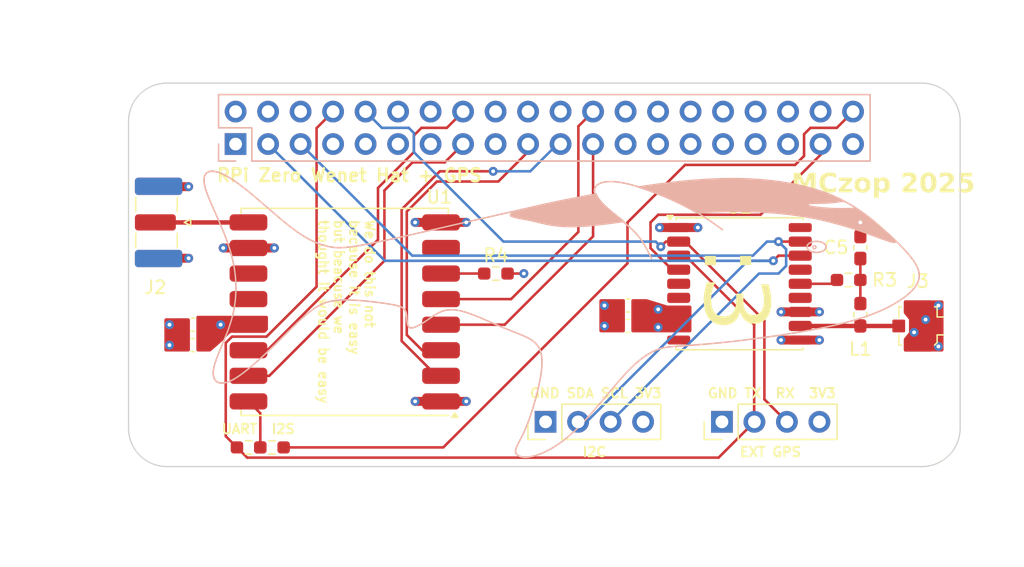
<source format=kicad_pcb>
(kicad_pcb (version 20241229) (generator "pcbnew") (generator_version "9.0")
  (title_block (date "15 nov 2012"))
  (layers (0 "F.Cu" signal) (4 "In1.Cu" signal) (6 "In2.Cu" signal) (2 "B.Cu" signal) (13 "F.Paste" user) (15 "B.Paste" user) (5 "F.SilkS" user "F.Silkscreen") (7 "B.SilkS" user "B.Silkscreen") (1 "F.Mask" user) (3 "B.Mask" user) (25 "Edge.Cuts" user))
  (net 0 "")
  (net 1 "GND")
  (net 2 "/GPIO2{slash}SDA1")
  (net 3 "/GPIO3{slash}SCL1")
  (net 4 "/GPIO4{slash}GPCLK0")
  (net 5 "/GPIO14{slash}TXD0")
  (net 6 "/GPIO15{slash}RXD0")
  (net 7 "/GPIO17")
  (net 8 "/GPIO18{slash}PCM.CLK")
  (net 9 "/GPIO27")
  (net 10 "/GPIO22")
  (net 11 "/GPIO23")
  (net 12 "/GPIO26")
  (net 13 "/GPIO24")
  (net 14 "/GPIO10{slash}SPI0.MOSI")
  (net 15 "/GPIO9{slash}SPI0.MISO")
  (net 16 "/GPIO25")
  (net 17 "/GPIO11{slash}SPI0.SCLK")
  (net 18 "/GPIO8{slash}SPI0.CE0")
  (net 19 "/GPIO7{slash}SPI0.CE1")
  (net 20 "/ID_SDA")
  (net 21 "/ID_SCL")
  (net 22 "/GPIO5")
  (net 23 "/GPIO6")
  (net 24 "/GPIO12{slash}PWM0")
  (net 25 "/GPIO13{slash}PWM1")
  (net 26 "/GPIO19{slash}PCM.FS")
  (net 27 "/GPIO16")
  (net 28 "/GPIO20{slash}PCM.DIN")
  (net 29 "/GPIO21{slash}PCM.DOUT")
  (net 30 "+5V")
  (net 31 "+3V3")
  (net 32 "Net-(J2-In)")
  (net 41 "Net-(C5-Pad1)")
  (net 42 "Net-(J3-In)")
  (net 43 "/DIR_TX")
  (net 44 "Net-(U2-VCC_RF)")
  (net 46 "Net-(U1-RESET)")
  (footprint "RF_Module:HOPERF_RFM9XW_SMD" (layer "F.Cu") (at 116.9 87.9 180)
    (property "Reference" "U1" (at -7.4 9 0) (layer "F.SilkS"))
    (property "Value" "RFM98W-433S2")
    (pad "1" smd roundrect (at -7.525 -7 180) (size 2.95 1.27) (layers "F.Cu" "F.Mask" "F.Paste") (net 1 "GND"))
    (pad "2" smd roundrect (at -7.525 -5 180) (size 2.95 1.27) (layers "F.Cu" "F.Mask" "F.Paste") (net 15 "/GPIO9{slash}SPI0.MISO"))
    (pad "3" smd roundrect (at -7.525 -3 180) (size 2.95 1.27) (layers "F.Cu" "F.Mask" "F.Paste") (net 14 "/GPIO10{slash}SPI0.MOSI"))
    (pad "4" smd roundrect (at -7.525 -1 180) (size 2.95 1.27) (layers "F.Cu" "F.Mask" "F.Paste") (net 17 "/GPIO11{slash}SPI0.SCLK"))
    (pad "5" smd roundrect (at -7.525 1 180) (size 2.95 1.27) (layers "F.Cu" "F.Mask" "F.Paste") (net 18 "/GPIO8{slash}SPI0.CE0"))
    (pad "6" smd roundrect (at -7.525 3 180) (size 2.95 1.27) (layers "F.Cu" "F.Mask" "F.Paste") (net 46 "Net-(U1-RESET)"))
    (pad "7" smd roundrect (at -7.525 5 180) (size 2.95 1.27) (layers "F.Cu" "F.Mask" "F.Paste"))
    (pad "8" smd roundrect (at -7.525 7 180) (size 2.95 1.27) (layers "F.Cu" "F.Mask" "F.Paste") (net 1 "GND"))
    (pad "9" smd roundrect (at 7.525 7 180) (size 2.95 1.27) (layers "F.Cu" "F.Mask" "F.Paste") (net 32 "Net-(J2-In)"))
    (pad "10" smd roundrect (at 7.525 5 180) (size 2.95 1.27) (layers "F.Cu" "F.Mask" "F.Paste") (net 1 "GND"))
    (pad "11" smd roundrect (at 7.525 3 180) (size 2.95 1.27) (layers "F.Cu" "F.Mask" "F.Paste"))
    (pad "12" smd roundrect (at 7.525 1 180) (size 2.95 1.27) (layers "F.Cu" "F.Mask" "F.Paste"))
    (pad "13" smd roundrect (at 7.525 -1 180) (size 2.95 1.27) (layers "F.Cu" "F.Mask" "F.Paste") (net 31 "+3V3"))
    (pad "14" smd roundrect (at 7.525 -3 180) (size 2.95 1.27) (layers "F.Cu" "F.Mask" "F.Paste") (net 11 "/GPIO23"))
    (pad "15" smd roundrect (at 7.525 -5 180) (size 2.95 1.27) (layers "F.Cu" "F.Mask" "F.Paste") (net 10 "/GPIO22"))
    (pad "16" smd roundrect (at 7.525 -7 180) (size 2.95 1.27) (layers "F.Cu" "F.Mask" "F.Paste") (net 43 "/DIR_TX"))
  )
  (footprint "Resistor_SMD:R_0603_1608Metric_Pad0.98x0.95mm_HandSolder" (layer "F.Cu") (at 111.2125 98.5)
    (property "Reference" "R2" (hide yes))
    (property "Value" "0")
    (pad "1" smd roundrect (at -0.9125 0) (size 0.975 0.95) (layers "F.Cu" "F.Mask" "F.Paste") (net 43 "/DIR_TX"))
    (pad "2" smd roundrect (at 0.9125 0) (size 0.975 0.95) (layers "F.Cu" "F.Mask" "F.Paste") (net 29 "/GPIO21{slash}PCM.DOUT"))
  )
  (footprint "MountingHole:MountingHole_2.7mm_M2.5" (layer "F.Cu") (at 161.5 73.5)
    (property "Reference" "MH2" (hide yes))
    (property "Value" "MountingHole_2.7mm_M2.5" (hide yes))
    (pad "" np_thru_hole circle (at 0 0) (size 2.7 2.7) (drill 2.7) (layers "*.Cu" "*.Mask"))
  )
  (footprint "Capacitor_SMD:C_0603_1608Metric_Pad1.08x0.95mm_HandSolder" (layer "F.Cu") (at 139.0375 89)
    (property "Reference" "C3" (hide yes))
    (property "Value" "22u")
    (pad "1" smd roundrect (at -0.8625 0) (size 1.075 0.95) (layers "F.Cu" "F.Mask" "F.Paste") (net 1 "GND"))
    (pad "2" smd roundrect (at 0.8625 0) (size 1.075 0.95) (layers "F.Cu" "F.Mask" "F.Paste") (net 31 "+3V3"))
  )
  (footprint "Resistor_SMD:R_0603_1608Metric_Pad0.98x0.95mm_HandSolder" (layer "F.Cu") (at 109.3875 98.5)
    (property "Reference" "R1" (hide yes))
    (property "Value" "0")
    (pad "1" smd roundrect (at -0.9125 0) (size 0.975 0.95) (layers "F.Cu" "F.Mask" "F.Paste") (net 5 "/GPIO14{slash}TXD0"))
    (pad "2" smd roundrect (at 0.9125 0) (size 0.975 0.95) (layers "F.Cu" "F.Mask" "F.Paste") (net 43 "/DIR_TX"))
  )
  (footprint "Resistor_SMD:R_0603_1608Metric_Pad0.98x0.95mm_HandSolder" (layer "F.Cu") (at 156.2875 85.4)
    (property "Reference" "R3" (at 2.8125 0 0) (layer "F.SilkS"))
    (property "Value" "10")
    (pad "1" smd roundrect (at -0.9125 0) (size 0.975 0.95) (layers "F.Cu" "F.Mask" "F.Paste") (net 44 "Net-(U2-VCC_RF)"))
    (pad "2" smd roundrect (at 0.9125 0) (size 0.975 0.95) (layers "F.Cu" "F.Mask" "F.Paste") (net 41 "Net-(C5-Pad1)"))
  )
  (footprint "RF_GPS:ublox_MAX" (layer "F.Cu") (at 147.75 85.7)
    (property "Reference" "U2" (at 0 -6 0) (layer "F.SilkS"))
    (property "Value" "MAX-M10S")
    (pad "1" smd roundrect (at -4.75 -4.4) (size 1.8 0.7) (layers "F.Cu" "F.Mask" "F.Paste") (net 1 "GND"))
    (pad "2" smd roundrect (at -4.75 -3.3) (size 1.8 0.8) (layers "F.Cu" "F.Mask" "F.Paste") (net 6 "/GPIO15{slash}RXD0"))
    (pad "3" smd roundrect (at -4.75 -2.2) (size 1.8 0.8) (layers "F.Cu" "F.Mask" "F.Paste") (net 5 "/GPIO14{slash}TXD0"))
    (pad "4" smd roundrect (at -4.75 -1.1) (size 1.8 0.8) (layers "F.Cu" "F.Mask" "F.Paste") (net 12 "/GPIO26"))
    (pad "5" smd roundrect (at -4.75 0) (size 1.8 0.8) (layers "F.Cu" "F.Mask" "F.Paste"))
    (pad "6" smd roundrect (at -4.75 1.1) (size 1.8 0.8) (layers "F.Cu" "F.Mask" "F.Paste"))
    (pad "7" smd roundrect (at -4.75 2.2) (size 1.8 0.8) (layers "F.Cu" "F.Mask" "F.Paste") (net 31 "+3V3"))
    (pad "8" smd roundrect (at -4.75 3.3) (size 1.8 0.8) (layers "F.Cu" "F.Mask" "F.Paste") (net 31 "+3V3"))
    (pad "9" smd roundrect (at -4.75 4.4) (size 1.8 0.7) (layers "F.Cu" "F.Mask" "F.Paste"))
    (pad "10" smd roundrect (at 4.75 4.4) (size 1.8 0.7) (layers "F.Cu" "F.Mask" "F.Paste") (net 1 "GND"))
    (pad "11" smd roundrect (at 4.75 3.3) (size 1.8 0.8) (layers "F.Cu" "F.Mask" "F.Paste") (net 42 "Net-(J3-In)"))
    (pad "12" smd roundrect (at 4.75 2.2) (size 1.8 0.8) (layers "F.Cu" "F.Mask" "F.Paste") (net 1 "GND"))
    (pad "13" smd roundrect (at 4.75 1.1) (size 1.8 0.8) (layers "F.Cu" "F.Mask" "F.Paste"))
    (pad "14" smd roundrect (at 4.75 0) (size 1.8 0.8) (layers "F.Cu" "F.Mask" "F.Paste") (net 44 "Net-(U2-VCC_RF)"))
    (pad "15" smd roundrect (at 4.75 -1.1) (size 1.8 0.8) (layers "F.Cu" "F.Mask" "F.Paste"))
    (pad "16" smd roundrect (at 4.75 -2.2) (size 1.8 0.8) (layers "F.Cu" "F.Mask" "F.Paste") (net 2 "/GPIO2{slash}SDA1"))
    (pad "17" smd roundrect (at 4.75 -3.3) (size 1.8 0.8) (layers "F.Cu" "F.Mask" "F.Paste") (net 3 "/GPIO3{slash}SCL1"))
    (pad "18" smd roundrect (at 4.75 -4.4) (size 1.8 0.7) (layers "F.Cu" "F.Mask" "F.Paste"))
  )
  (footprint "Capacitor_SMD:C_0603_1608Metric_Pad1.08x0.95mm_HandSolder" (layer "F.Cu") (at 157.2 82.8625 90)
    (property "Reference" "C5" (at 0 -1.9 180) (layer "F.SilkS"))
    (property "Value" "100n")
    (pad "1" smd roundrect (at -0.8625 0 90) (size 1.075 0.95) (layers "F.Cu" "F.Mask" "F.Paste") (net 41 "Net-(C5-Pad1)"))
    (pad "2" smd roundrect (at 0.8625 0 90) (size 1.075 0.95) (layers "F.Cu" "F.Mask" "F.Paste") (net 1 "GND"))
  )
  (footprint "Capacitor_SMD:C_0603_1608Metric_Pad1.08x0.95mm_HandSolder" (layer "F.Cu") (at 139.0375 87.4)
    (property "Reference" "C4" (hide yes))
    (property "Value" "100n")
    (pad "1" smd roundrect (at -0.8625 0) (size 1.075 0.95) (layers "F.Cu" "F.Mask" "F.Paste") (net 1 "GND"))
    (pad "2" smd roundrect (at 0.8625 0) (size 1.075 0.95) (layers "F.Cu" "F.Mask" "F.Paste") (net 31 "+3V3"))
  )
  (footprint "Connector_PinHeader_2.54mm:PinHeader_1x04_P2.54mm_Vertical" (layer "F.Cu") (at 132.6 96.5 90)
    (property "Reference" "J5" (hide yes))
    (property "Value" "I2C")
    (pad "1" thru_hole rect (at 0 0 90) (size 1.7 1.7) (drill 1) (layers "*.Cu" "*.Mask") (net 1 "GND"))
    (pad "2" thru_hole circle (at 0 2.54 90) (size 1.7 1.7) (drill 1) (layers "*.Cu" "*.Mask") (net 2 "/GPIO2{slash}SDA1"))
    (pad "3" thru_hole circle (at 0 5.08 90) (size 1.7 1.7) (drill 1) (layers "*.Cu" "*.Mask") (net 3 "/GPIO3{slash}SCL1"))
    (pad "4" thru_hole circle (at 0 7.62 90) (size 1.7 1.7) (drill 1) (layers "*.Cu" "*.Mask") (net 31 "+3V3"))
  )
  (footprint "Capacitor_SMD:C_0603_1608Metric_Pad1.08x0.95mm_HandSolder" (layer "F.Cu") (at 105.0375 90.5)
    (property "Reference" "C2" (hide yes))
    (property "Value" "22u")
    (pad "1" smd roundrect (at -0.8625 0) (size 1.075 0.95) (layers "F.Cu" "F.Mask" "F.Paste") (net 1 "GND"))
    (pad "2" smd roundrect (at 0.8625 0) (size 1.075 0.95) (layers "F.Cu" "F.Mask" "F.Paste") (net 31 "+3V3"))
  )
  (footprint "MountingHole:MountingHole_2.7mm_M2.5" (layer "F.Cu") (at 103.5 96.5)
    (property "Reference" "MH3" (hide yes))
    (property "Value" "MountingHole_2.7mm_M2.5" (hide yes))
    (pad "" np_thru_hole circle (at 0 0) (size 2.7 2.7) (drill 2.7) (layers "*.Cu" "*.Mask"))
  )
  (footprint "MountingHole:MountingHole_2.7mm_M2.5" (layer "F.Cu") (at 103.5 73.5)
    (property "Reference" "MH1" (hide yes))
    (property "Value" "MountingHole_2.7mm_M2.5" (hide yes))
    (pad "" np_thru_hole circle (at 0 0) (size 2.7 2.7) (drill 2.7) (layers "*.Cu" "*.Mask"))
  )
  (footprint "Connector_Coaxial:U.FL_Molex_MCRF_73412-0110_Vertical" (layer "F.Cu") (at 161.7 89 -90)
    (property "Reference" "J3" (at -3.5 0 180) (layer "F.SilkS"))
    (property "Value" "UFL_GPS")
    (pad "1" smd roundrect (at 0 1.5 90) (size 1 1) (layers "F.Cu" "F.Mask" "F.Paste") (roundrect_rratio 0.1) (net 42 "Net-(J3-In)"))
    (pad "2" smd roundrect (at -1.475 0 90) (size 1.05 2.2) (layers "F.Cu" "F.Mask" "F.Paste") (roundrect_rratio 0.1) (net 1 "GND"))
    (pad "2" smd roundrect (at 0 -1.5 90) (size 1 1) (layers "F.Cu" "F.Mask" "F.Paste") (roundrect_rratio 0.1) (net 1 "GND"))
    (pad "2" smd roundrect (at 1.475 0 90) (size 1.05 2.2) (layers "F.Cu" "F.Mask" "F.Paste") (roundrect_rratio 0.1) (net 1 "GND"))
  )
  (footprint "Capacitor_SMD:C_0603_1608Metric_Pad1.08x0.95mm_HandSolder" (layer "F.Cu") (at 105.0375 88.9)
    (property "Reference" "C1" (hide yes))
    (property "Value" "100n")
    (pad "1" smd roundrect (at -0.8625 0) (size 1.075 0.95) (layers "F.Cu" "F.Mask" "F.Paste") (net 1 "GND"))
    (pad "2" smd roundrect (at 0.8625 0) (size 1.075 0.95) (layers "F.Cu" "F.Mask" "F.Paste") (net 31 "+3V3"))
  )
  (footprint "Inductor_SMD:L_0603_1608Metric_Pad1.05x0.95mm_HandSolder" (layer "F.Cu") (at 157.2 88.125 -90)
    (property "Reference" "L1" (at 2.675 0 180) (layer "F.SilkS"))
    (property "Value" "27n")
    (pad "1" smd roundrect (at -0.875 0 270) (size 1.05 0.95) (layers "F.Cu" "F.Mask" "F.Paste") (net 41 "Net-(C5-Pad1)"))
    (pad "2" smd roundrect (at 0.875 0 270) (size 1.05 0.95) (layers "F.Cu" "F.Mask" "F.Paste") (net 42 "Net-(J3-In)"))
  )
  (footprint "MountingHole:MountingHole_2.7mm_M2.5" (layer "F.Cu") (at 161.5 96.5)
    (property "Reference" "MH4" (hide yes))
    (property "Value" "MountingHole_2.7mm_M2.5" (hide yes))
    (pad "" np_thru_hole circle (at 0 0) (size 2.7 2.7) (drill 2.7) (layers "*.Cu" "*.Mask"))
  )
  (footprint "Connector_Coaxial:SMA_Samtec_SMA-J-P-H-ST-EM1_EdgeMount" (layer "F.Cu") (at 102.1 80.9 180)
    (property "Reference" "J2" (at 0 -5.08 0) (layer "F.SilkS"))
    (property "Value" "UHF_SMA")
    (pad "1" smd roundrect (at 0 0 270) (size 1.27 3.2) (layers "F.Cu" "F.Mask") (roundrect_rratio 0.1968503937) (net 32 "Net-(J2-In)"))
    (pad "2" smd roundrect (at -0.25 -2.825 270) (size 1.35 3.7) (layers "F.Cu" "F.Mask") (roundrect_rratio 0.1851851852) (net 1 "GND"))
    (pad "2" smd roundrect (at -0.25 -2.825 270) (size 1.35 3.7) (layers "B.Cu" "B.Mask") (roundrect_rratio 0.1851851852) (net 1 "GND"))
    (pad "2" smd roundrect (at -0.25 2.825 270) (size 1.35 3.7) (layers "F.Cu" "F.Mask") (roundrect_rratio 0.1851851852) (net 1 "GND"))
    (pad "2" smd roundrect (at -0.25 2.825 270) (size 1.35 3.7) (layers "B.Cu" "B.Mask") (roundrect_rratio 0.1851851852) (net 1 "GND"))
  )
  (footprint "Connector_PinHeader_2.54mm:PinHeader_1x04_P2.54mm_Vertical" (layer "F.Cu") (at 146.38 96.5 90)
    (property "Reference" "J4" (hide yes))
    (property "Value" "EXT_GPS")
    (pad "1" thru_hole rect (at 0 0 90) (size 1.7 1.7) (drill 1) (layers "*.Cu" "*.Mask") (net 1 "GND"))
    (pad "2" thru_hole circle (at 0 2.54 90) (size 1.7 1.7) (drill 1) (layers "*.Cu" "*.Mask") (net 5 "/GPIO14{slash}TXD0"))
    (pad "3" thru_hole circle (at 0 5.08 90) (size 1.7 1.7) (drill 1) (layers "*.Cu" "*.Mask") (net 6 "/GPIO15{slash}RXD0"))
    (pad "4" thru_hole circle (at 0 7.62 90) (size 1.7 1.7) (drill 1) (layers "*.Cu" "*.Mask") (net 31 "+3V3"))
  )
  (footprint "Resistor_SMD:R_0603_1608Metric_Pad0.98x0.95mm_HandSolder" (layer "F.Cu") (at 128.7125 84.9)
    (property "Reference" "R4" (at 0 -1.43 0) (layer "F.SilkS"))
    (property "Value" "5.1k")
    (pad "1" smd roundrect (at -0.9125 0) (size 0.975 0.95) (layers "F.Cu" "F.Mask" "F.Paste") (net 46 "Net-(U1-RESET)"))
    (pad "2" smd roundrect (at 0.9125 0) (size 0.975 0.95) (layers "F.Cu" "F.Mask" "F.Paste") (net 31 "+3V3"))
  )
  (footprint "Connector_PinSocket_2.54mm:PinSocket_2x20_P2.54mm_Vertical" (layer "B.Cu") (at 108.37 74.77 -90)
    (property "Reference" "J1" (hide yes))
    (property "Value" "GPIO")
    (pad "1" thru_hole rect (at 0 0 270) (size 1.7 1.7) (drill 1) (layers "*.Cu" "*.Mask") (net 31 "+3V3"))
    (pad "2" thru_hole oval (at -2.54 0 270) (size 1.7 1.7) (drill 1) (layers "*.Cu" "*.Mask") (net 30 "+5V"))
    (pad "3" thru_hole oval (at 0 -2.54 270) (size 1.7 1.7) (drill 1) (layers "*.Cu" "*.Mask") (net 2 "/GPIO2{slash}SDA1"))
    (pad "4" thru_hole oval (at -2.54 -2.54 270) (size 1.7 1.7) (drill 1) (layers "*.Cu" "*.Mask") (net 30 "+5V"))
    (pad "5" thru_hole oval (at 0 -5.08 270) (size 1.7 1.7) (drill 1) (layers "*.Cu" "*.Mask") (net 3 "/GPIO3{slash}SCL1"))
    (pad "6" thru_hole oval (at -2.54 -5.08 270) (size 1.7 1.7) (drill 1) (layers "*.Cu" "*.Mask") (net 1 "GND"))
    (pad "7" thru_hole oval (at 0 -7.62 270) (size 1.7 1.7) (drill 1) (layers "*.Cu" "*.Mask") (net 4 "/GPIO4{slash}GPCLK0"))
    (pad "8" thru_hole oval (at -2.54 -7.62 270) (size 1.7 1.7) (drill 1) (layers "*.Cu" "*.Mask") (net 5 "/GPIO14{slash}TXD0"))
    (pad "9" thru_hole oval (at 0 -10.16 270) (size 1.7 1.7) (drill 1) (layers "*.Cu" "*.Mask") (net 1 "GND"))
    (pad "10" thru_hole oval (at -2.54 -10.16 270) (size 1.7 1.7) (drill 1) (layers "*.Cu" "*.Mask") (net 6 "/GPIO15{slash}RXD0"))
    (pad "11" thru_hole oval (at 0 -12.7 270) (size 1.7 1.7) (drill 1) (layers "*.Cu" "*.Mask") (net 7 "/GPIO17"))
    (pad "12" thru_hole oval (at -2.54 -12.7 270) (size 1.7 1.7) (drill 1) (layers "*.Cu" "*.Mask") (net 8 "/GPIO18{slash}PCM.CLK"))
    (pad "13" thru_hole oval (at 0 -15.24 270) (size 1.7 1.7) (drill 1) (layers "*.Cu" "*.Mask") (net 9 "/GPIO27"))
    (pad "14" thru_hole oval (at -2.54 -15.24 270) (size 1.7 1.7) (drill 1) (layers "*.Cu" "*.Mask") (net 1 "GND"))
    (pad "15" thru_hole oval (at 0 -17.78 270) (size 1.7 1.7) (drill 1) (layers "*.Cu" "*.Mask") (net 10 "/GPIO22"))
    (pad "16" thru_hole oval (at -2.54 -17.78 270) (size 1.7 1.7) (drill 1) (layers "*.Cu" "*.Mask") (net 11 "/GPIO23"))
    (pad "17" thru_hole oval (at 0 -20.32 270) (size 1.7 1.7) (drill 1) (layers "*.Cu" "*.Mask") (net 31 "+3V3"))
    (pad "18" thru_hole oval (at -2.54 -20.32 270) (size 1.7 1.7) (drill 1) (layers "*.Cu" "*.Mask") (net 13 "/GPIO24"))
    (pad "19" thru_hole oval (at 0 -22.86 270) (size 1.7 1.7) (drill 1) (layers "*.Cu" "*.Mask") (net 14 "/GPIO10{slash}SPI0.MOSI"))
    (pad "20" thru_hole oval (at -2.54 -22.86 270) (size 1.7 1.7) (drill 1) (layers "*.Cu" "*.Mask") (net 1 "GND"))
    (pad "21" thru_hole oval (at 0 -25.4 270) (size 1.7 1.7) (drill 1) (layers "*.Cu" "*.Mask") (net 15 "/GPIO9{slash}SPI0.MISO"))
    (pad "22" thru_hole oval (at -2.54 -25.4 270) (size 1.7 1.7) (drill 1) (layers "*.Cu" "*.Mask") (net 16 "/GPIO25"))
    (pad "23" thru_hole oval (at 0 -27.94 270) (size 1.7 1.7) (drill 1) (layers "*.Cu" "*.Mask") (net 17 "/GPIO11{slash}SPI0.SCLK"))
    (pad "24" thru_hole oval (at -2.54 -27.94 270) (size 1.7 1.7) (drill 1) (layers "*.Cu" "*.Mask") (net 18 "/GPIO8{slash}SPI0.CE0"))
    (pad "25" thru_hole oval (at 0 -30.48 270) (size 1.7 1.7) (drill 1) (layers "*.Cu" "*.Mask") (net 1 "GND"))
    (pad "26" thru_hole oval (at -2.54 -30.48 270) (size 1.7 1.7) (drill 1) (layers "*.Cu" "*.Mask") (net 19 "/GPIO7{slash}SPI0.CE1"))
    (pad "27" thru_hole oval (at 0 -33.02 270) (size 1.7 1.7) (drill 1) (layers "*.Cu" "*.Mask") (net 20 "/ID_SDA"))
    (pad "28" thru_hole oval (at -2.54 -33.02 270) (size 1.7 1.7) (drill 1) (layers "*.Cu" "*.Mask") (net 21 "/ID_SCL"))
    (pad "29" thru_hole oval (at 0 -35.56 270) (size 1.7 1.7) (drill 1) (layers "*.Cu" "*.Mask") (net 22 "/GPIO5"))
    (pad "30" thru_hole oval (at -2.54 -35.56 270) (size 1.7 1.7) (drill 1) (layers "*.Cu" "*.Mask") (net 1 "GND"))
    (pad "31" thru_hole oval (at 0 -38.1 270) (size 1.7 1.7) (drill 1) (layers "*.Cu" "*.Mask") (net 23 "/GPIO6"))
    (pad "32" thru_hole oval (at -2.54 -38.1 270) (size 1.7 1.7) (drill 1) (layers "*.Cu" "*.Mask") (net 24 "/GPIO12{slash}PWM0"))
    (pad "33" thru_hole oval (at 0 -40.64 270) (size 1.7 1.7) (drill 1) (layers "*.Cu" "*.Mask") (net 25 "/GPIO13{slash}PWM1"))
    (pad "34" thru_hole oval (at -2.54 -40.64 270) (size 1.7 1.7) (drill 1) (layers "*.Cu" "*.Mask") (net 1 "GND"))
    (pad "35" thru_hole oval (at 0 -43.18 270) (size 1.7 1.7) (drill 1) (layers "*.Cu" "*.Mask") (net 26 "/GPIO19{slash}PCM.FS"))
    (pad "36" thru_hole oval (at -2.54 -43.18 270) (size 1.7 1.7) (drill 1) (layers "*.Cu" "*.Mask") (net 27 "/GPIO16"))
    (pad "37" thru_hole oval (at 0 -45.72 270) (size 1.7 1.7) (drill 1) (layers "*.Cu" "*.Mask") (net 12 "/GPIO26"))
    (pad "38" thru_hole oval (at -2.54 -45.72 270) (size 1.7 1.7) (drill 1) (layers "*.Cu" "*.Mask") (net 28 "/GPIO20{slash}PCM.DIN"))
    (pad "39" thru_hole oval (at 0 -48.26 270) (size 1.7 1.7) (drill 1) (layers "*.Cu" "*.Mask") (net 1 "GND"))
    (pad "40" thru_hole oval (at -2.54 -48.26 270) (size 1.7 1.7) (drill 1) (layers "*.Cu" "*.Mask") (net 29 "/GPIO21{slash}PCM.DOUT"))
  )
  (footprint "Symbol:Smolhaj_Scale_0.1" (layer "B.Cu") (at 161.8 85)
    (property "Reference" "REF**" (hide yes))
    (property "Value" "Smolhaj_Scale_0.1")
  )
  (gr_arc (start 162 70) (mid 164.12132 70.87868) (end 165 73) (stroke (width 0.1)) (layer "Edge.Cuts"))
  (gr_line (start 165 97) (end 165 73) (stroke (width 0.1)) (layer "Edge.Cuts"))
  (gr_line (start 100 73) (end 100 97) (stroke (width 0.1)) (layer "Edge.Cuts"))
  (gr_arc (start 103 100) (mid 100.87868 99.12132) (end 100 97) (stroke (width 0.1)) (layer "Edge.Cuts"))
  (gr_line (start 103 100) (end 162 100) (stroke (width 0.1)) (layer "Edge.Cuts"))
  (gr_arc (start 165 97) (mid 164.12132 99.12132) (end 162 100) (stroke (width 0.1)) (layer "Edge.Cuts"))
  (gr_arc (start 100 73) (mid 100.87868 70.87868) (end 103 70) (stroke (width 0.1)) (layer "Edge.Cuts"))
  (gr_line (start 162 70) (end 103 70) (stroke (width 0.1)) (layer "Edge.Cuts"))
  (gr_text "GND SDA SCL 3V3" (at 131.3 94.7 0) (layer "F.SilkS") (effects (font (size 0.75 0.75) (thickness 0.15) (bold yes)) (justify left bottom)))
  (gr_text "UART  I2S" (at 107.2 97.5 0) (layer "F.SilkS") (effects (font (size 0.75 0.75) (thickness 0.15) (bold yes)) (justify left bottom)))
  (gr_text "We do this not\nbecause it is easy\nbut beacuse we\nthought it would be easy" (at 114.8 80.6 270) (layer "F.SilkS") (effects (font (size 0.75 0.75)) (justify left bottom)))
  (gr_text ":3" (at 144.2 82.7 270) (layer "F.SilkS") (effects (font (size 5 5)) (justify left bottom)))
  (gr_text "GND TX  RX  3V3" (at 145.2 94.7 0) (layer "F.SilkS") (effects (font (size 0.75 0.75) (thickness 0.15) (bold yes)) (justify left bottom)))
  (gr_text "EXT GPS" (at 147.7 99.3 0) (layer "F.SilkS") (effects (font (size 0.75 0.75) (thickness 0.15) (bold yes)) (justify left bottom)))
  (gr_text "RPi Zero Wenet Hat + GPS" (at 106.8 77.8 0) (layer "F.SilkS") (effects (font (size 1 1) (thickness 0.2) (bold yes)) (justify left bottom)))
  (gr_text "I2C\n" (at 135.4 99.3 0) (layer "F.SilkS") (effects (font (size 0.75 0.75) (thickness 0.15) (bold yes)) (justify left bottom)))
  (gr_text "MCzop 2025" (at 151.8 78.8 0) (layer "F.SilkS") (effects (font (size 1.5 1.5) (thickness 0.3) (bold yes)) (justify left bottom)))
  (segment (start 126.4 94.9) (end 122.4 94.9) (width 0.7) (layer "F.Cu") (net 1))
  (segment (start 102.375 83.7) (end 102.35 83.725) (width 0.7) (layer "F.Cu") (net 1))
  (segment (start 126.4 80.9) (end 122.4 80.9) (width 0.7) (layer "F.Cu") (net 1))
  (segment (start 104.7 78.1) (end 102.375 78.1) (width 0.7) (layer "F.Cu") (net 1))
  (segment (start 104.7 83.7) (end 102.375 83.7) (width 0.7) (layer "F.Cu") (net 1))
  (segment (start 111.4 82.9) (end 107.4 82.9) (width 0.7) (layer "F.Cu") (net 1))
  (segment (start 102.375 78.1) (end 102.35 78.075) (width 0.7) (layer "F.Cu") (net 1))
  (segment (start 151 90.1) (end 154 90.1) (width 0.7) (layer "F.Cu") (net 1))
  (segment (start 157.2 80.9) (end 157.2 82) (width 0.7) (layer "F.Cu") (net 1))
  (segment (start 151 87.9) (end 154 87.9) (width 0.7) (layer "F.Cu") (net 1))
  (segment (start 141.5 81.3) (end 144.5 81.3) (width 0.7) (layer "F.Cu") (net 1))
  (via (at 122.4 94.9) (size 0.7) (drill 0.3) (layers "F.Cu" "B.Cu") (net 1))
  (via (at 154 90.1) (size 0.7) (drill 0.3) (layers "F.Cu" "B.Cu") (net 1))
  (via (at 162.3 88.5) (size 0.7) (drill 0.3) (layers "F.Cu" "B.Cu") (net 1))
  (via (at 126.4 94.9) (size 0.7) (drill 0.3) (layers "F.Cu" "B.Cu") (net 1))
  (via (at 151 90.1) (size 0.7) (drill 0.3) (layers "F.Cu" "B.Cu") (net 1))
  (via (at 126.4 80.9) (size 0.7) (drill 0.3) (layers "F.Cu" "B.Cu") (net 1))
  (via (at 104.7 83.7) (size 0.7) (drill 0.3) (layers "F.Cu" "B.Cu") (net 1))
  (via (at 103.2 88.9) (size 0.7) (drill 0.3) (layers "F.Cu" "B.Cu") (net 1))
  (via (at 104.7 78.1) (size 0.7) (drill 0.3) (layers "F.Cu" "B.Cu") (net 1))
  (via (at 137.2 89) (size 0.7) (drill 0.3) (layers "F.Cu" "B.Cu") (net 1))
  (via (at 141.5 81.3) (size 0.7) (drill 0.3) (layers "F.Cu" "B.Cu") (net 1))
  (via (at 122.4 80.9) (size 0.7) (drill 0.3) (layers "F.Cu" "B.Cu") (net 1))
  (via (at 111.4 82.9) (size 0.7) (drill 0.3) (layers "F.Cu" "B.Cu") (net 1))
  (via (at 144.5 81.3) (size 0.7) (drill 0.3) (layers "F.Cu" "B.Cu") (net 1))
  (via (at 107.4 82.9) (size 0.7) (drill 0.3) (layers "F.Cu" "B.Cu") (net 1))
  (via (at 163.3 90.6) (size 0.7) (drill 0.3) (layers "F.Cu" "B.Cu") (net 1))
  (via (at 154 87.9) (size 0.7) (drill 0.3) (layers "F.Cu" "B.Cu") (net 1))
  (via (at 137.2 87.4) (size 0.7) (drill 0.3) (layers "F.Cu" "B.Cu") (net 1))
  (via (at 157.2 80.9) (size 0.7) (drill 0.3) (layers "F.Cu" "B.Cu") (net 1))
  (via (at 163.3 87.4) (size 0.7) (drill 0.3) (layers "F.Cu" "B.Cu") (net 1))
  (via (at 103.2 90.5) (size 0.7) (drill 0.3) (layers "F.Cu" "B.Cu") (net 1))
  (via (at 151 87.9) (size 0.7) (drill 0.3) (layers "F.Cu" "B.Cu") (net 1))
  (via (at 161.4 89.5) (size 0.7) (drill 0.3) (layers "F.Cu" "B.Cu") (net 1))
  (segment (start 152.499997 83.500003) (end 152.5 83.5) (width 0.2) (layer "F.Cu") (net 2))
  (segment (start 150.8 83.500003) (end 152.499997 83.500003) (width 0.2) (layer "F.Cu") (net 2))
  (segment (start 150.399003 83.901) (end 150.8 83.500003) (width 0.2) (layer "F.Cu") (net 2))
  (via (at 150.399003 83.901) (size 0.7) (drill 0.3) (layers "F.Cu" "B.Cu") (net 2))
  (segment (start 148.399 83.901) (end 150.399003 83.901) (width 0.2) (layer "B.Cu") (net 2))
  (segment (start 150.399003 83.901) (end 120.041 83.901) (width 0.2) (layer "B.Cu") (net 2))
  (segment (start 135.8 96.5) (end 148.399 83.901) (width 0.2) (layer "B.Cu") (net 2))
  (segment (start 135.14 96.5) (end 135.8 96.5) (width 0.2) (layer "B.Cu") (net 2))
  (segment (start 120.041 83.901) (end 110.91 74.77) (width 0.2) (layer "B.Cu") (net 2))
  (segment (start 150.8 82.4) (end 152.5 82.4) (width 0.2) (layer "F.Cu") (net 3))
  (via (at 150.8 82.4) (size 0.7) (drill 0.3) (layers "F.Cu" "B.Cu") (net 3))
  (segment (start 148.8 83.5) (end 149.9 82.4) (width 0.2) (layer "B.Cu") (net 3))
  (segment (start 122.18 83.5) (end 148.8 83.5) (width 0.2) (layer "B.Cu") (net 3))
  (segment (start 149.28 84.9) (end 150.8 84.9) (width 0.2) (layer "B.Cu") (net 3))
  (segment (start 113.45 74.77) (end 122.18 83.5) (width 0.2) (layer "B.Cu") (net 3))
  (segment (start 150.8 84.9) (end 151.4 84.3) (width 0.2) (layer "B.Cu") (net 3))
  (segment (start 137.68 96.5) (end 149.28 84.9) (width 0.2) (layer "B.Cu") (net 3))
  (segment (start 149.9 82.4) (end 150.8 82.4) (width 0.2) (layer "B.Cu") (net 3))
  (segment (start 151.4 84.3) (end 151.4 83) (width 0.2) (layer "B.Cu") (net 3))
  (segment (start 151.4 83) (end 150.8 82.4) (width 0.2) (layer "B.Cu") (net 3))
  (segment (start 148.9 96.48) (end 148.92 96.5) (width 0.2) (layer "F.Cu") (net 5))
  (segment (start 146.12 99.3) (end 148.92 96.5) (width 0.2) (layer "F.Cu") (net 5))
  (segment (start 108.089308 89.836) (end 110.788692 89.836) (width 0.2) (layer "F.Cu") (net 5))
  (segment (start 110.788692 89.836) (end 114.7 85.924692) (width 0.2) (layer "F.Cu") (net 5))
  (segment (start 109.275 99.3) (end 146.12 99.3) (width 0.2) (layer "F.Cu") (net 5))
  (segment (start 108.475 98.5) (end 107.599 97.624) (width 0.2) (layer "F.Cu") (net 5))
  (segment (start 148.9 88.885936) (end 148.9 96.48) (width 0.2) (layer "F.Cu") (net 5))
  (segment (start 114.7 73.52) (end 115.99 72.23) (width 0.2) (layer "F.Cu") (net 5))
  (segment (start 107.599 90.326308) (end 108.089308 89.836) (width 0.2) (layer "F.Cu") (net 5))
  (segment (start 114.7 85.924692) (end 114.7 73.52) (width 0.2) (layer "F.Cu") (net 5))
  (segment (start 107.599 97.624) (end 107.599 90.326308) (width 0.2) (layer "F.Cu") (net 5))
  (segment (start 108.475 98.5) (end 109.275 99.3) (width 0.2) (layer "F.Cu") (net 5))
  (segment (start 143 83.5) (end 143.514064 83.5) (width 0.2) (layer "F.Cu") (net 5))
  (segment (start 143.514064 83.5) (end 148.9 88.885936) (width 0.2) (layer "F.Cu") (net 5))
  (segment (start 143 82.4) (end 142 82.4) (width 0.2) (layer "F.Cu") (net 6))
  (segment (start 142 82.4) (end 141.602588 82.797412) (width 0.2) (layer "F.Cu") (net 6))
  (segment (start 143.514064 82.4) (end 149.7 88.585936) (width 0.2) (layer "F.Cu") (net 6))
  (segment (start 149.7 94.74) (end 151.46 96.5) (width 0.2) (layer "F.Cu") (net 6))
  (segment (start 149.7 88.585936) (end 149.7 94.74) (width 0.2) (layer "F.Cu") (net 6))
  (segment (start 143 82.4) (end 143.514064 82.4) (width 0.2) (layer "F.Cu") (net 6))
  (via (at 141.602588 82.797412) (size 0.7) (drill 0.3) (layers "F.Cu" "B.Cu") (net 6))
  (segment (start 119.8 73.5) (end 118.53 72.23) (width 0.2) (layer "B.Cu") (net 6))
  (segment (start 141.602588 82.797412) (end 141.205176 82.4) (width 0.2) (layer "B.Cu") (net 6))
  (segment (start 129.3 82.4) (end 122.3 75.4) (width 0.2) (layer "B.Cu") (net 6))
  (segment (start 122.3 73.9) (end 121.9 73.5) (width 0.2) (layer "B.Cu") (net 6))
  (segment (start 121.9 73.5) (end 119.8 73.5) (width 0.2) (layer "B.Cu") (net 6))
  (segment (start 141.205176 82.4) (end 129.3 82.4) (width 0.2) (layer "B.Cu") (net 6))
  (segment (start 122.3 75.4) (end 122.3 73.9) (width 0.2) (layer "B.Cu") (net 6))
  (segment (start 124.72 76.2) (end 126.15 74.77) (width 0.2) (layer "F.Cu") (net 10))
  (segment (start 120 78.4) (end 122.2 76.2) (width 0.2) (layer "F.Cu") (net 10))
  (segment (start 120 83.9) (end 120 78.4) (width 0.2) (layer "F.Cu") (net 10))
  (segment (start 122.2 76.2) (end 124.72 76.2) (width 0.2) (layer "F.Cu") (net 10))
  (segment (start 111 92.9) (end 120 83.9) (width 0.2) (layer "F.Cu") (net 10))
  (segment (start 109.375 92.9) (end 111 92.9) (width 0.2) (layer "F.Cu") (net 10))
  (segment (start 122.3 75.4) (end 122.3 74.1) (width 0.2) (layer "F.Cu") (net 11))
  (segment (start 122.3 74.1) (end 122.9 73.5) (width 0.2) (layer "F.Cu") (net 11))
  (segment (start 109.375 90.9) (end 110.85 90.9) (width 0.2) (layer "F.Cu") (net 11))
  (segment (start 122.9 73.5) (end 124.88 73.5) (width 0.2) (layer "F.Cu") (net 11))
  (segment (start 124.88 73.5) (end 126.15 72.23) (width 0.2) (layer "F.Cu") (net 11))
  (segment (start 119.5 82.25) (end 119.5 78.2) (width 0.2) (layer "F.Cu") (net 11))
  (segment (start 110.85 90.9) (end 119.5 82.25) (width 0.2) (layer "F.Cu") (net 11))
  (segment (start 119.5 78.2) (end 122.3 75.4) (width 0.2) (layer "F.Cu") (net 11))
  (segment (start 154.09 75.61) (end 154.09 74.77) (width 0.2) (layer "F.Cu") (net 12))
  (segment (start 143 84.6) (end 142.485936 84.6) (width 0.2) (layer "F.Cu") (net 12))
  (segment (start 141.4 80.3) (end 149.4 80.3) (width 0.2) (layer "F.Cu") (net 12))
  (segment (start 140.8 82.914064) (end 140.8 80.9) (width 0.2) (layer "F.Cu") (net 12))
  (segment (start 140.8 80.9) (end 141.4 80.3) (width 0.2) (layer "F.Cu") (net 12))
  (segment (start 142.485936 84.6) (end 140.8 82.914064) (width 0.2) (layer "F.Cu") (net 12))
  (segment (start 149.4 80.3) (end 154.09 75.61) (width 0.2) (layer "F.Cu") (net 12))
  (segment (start 128.9 77.7) (end 131.23 75.37) (width 0.2) (layer "F.Cu") (net 14))
  (segment (start 122.95 90.9) (end 121.749 89.699) (width 0.2) (layer "F.Cu") (net 14))
  (segment (start 131.23 75.37) (end 131.23 74.77) (width 0.2) (layer "F.Cu") (net 14))
  (segment (start 124.425 90.9) (end 122.95 90.9) (width 0.2) (layer "F.Cu") (net 14))
  (segment (start 121.749 89.699) (end 121.749 80.051) (width 0.2) (layer "F.Cu") (net 14))
  (segment (start 121.749 80.051) (end 124.1 77.7) (width 0.2) (layer "F.Cu") (net 14))
  (segment (start 124.1 77.7) (end 128.9 77.7) (width 0.2) (layer "F.Cu") (net 14))
  (segment (start 121.348 90.172692) (end 124.075308 92.9) (width 0.2) (layer "F.Cu") (net 15))
  (segment (start 128.5 76.9) (end 124.3329 76.9) (width 0.2) (layer "F.Cu") (net 15))
  (segment (start 124.3329 76.9) (end 121.348 79.8849) (width 0.2) (layer "F.Cu") (net 15))
  (segment (start 124.075308 92.9) (end 124.425 92.9) (width 0.2) (layer "F.Cu") (net 15))
  (segment (start 121.348 79.8849) (end 121.348 90.172692) (width 0.2) (layer "F.Cu") (net 15))
  (via (at 128.5 76.9) (size 0.7) (drill 0.3) (layers "F.Cu" "B.Cu") (net 15))
  (segment (start 133.53 74.77) (end 133.77 74.77) (width 0.2) (layer "B.Cu") (net 15))
  (segment (start 128.5 76.9) (end 131.4 76.9) (width 0.2) (layer "B.Cu") (net 15))
  (segment (start 131.4 76.9) (end 133.53 74.77) (width 0.2) (layer "B.Cu") (net 15))
  (segment (start 124.425 88.9) (end 129.4 88.9) (width 0.2) (layer "F.Cu") (net 17))
  (segment (start 136.31 81.99) (end 136.31 74.77) (width 0.2) (layer "F.Cu") (net 17))
  (segment (start 129.4 88.9) (end 136.31 81.99) (width 0.2) (layer "F.Cu") (net 17))
  (segment (start 124.425 86.9) (end 129.9 86.9) (width 0.2) (layer "F.Cu") (net 18))
  (segment (start 135.159 81.641) (end 135.159 73.381) (width 0.2) (layer "F.Cu") (net 18))
  (segment (start 135.159 73.381) (end 136.31 72.23) (width 0.2) (layer "F.Cu") (net 18))
  (segment (start 129.9 86.9) (end 135.159 81.641) (width 0.2) (layer "F.Cu") (net 18))
  (segment (start 143.5 76.4) (end 152.1 76.4) (width 0.2) (layer "F.Cu") (net 29))
  (segment (start 155.36 73.5) (end 156.63 72.23) (width 0.2) (layer "F.Cu") (net 29))
  (segment (start 139 80.9) (end 143.5 76.4) (width 0.2) (layer "F.Cu") (net 29))
  (segment (start 152.8 74) (end 153.3 73.5) (width 0.2) (layer "F.Cu") (net 29))
  (segment (start 124.6 98.5) (end 139 84.1) (width 0.2) (layer "F.Cu") (net 29))
  (segment (start 152.1 76.4) (end 152.8 75.7) (width 0.2) (layer "F.Cu") (net 29))
  (segment (start 112.125 98.5) (end 124.6 98.5) (width 0.2) (layer "F.Cu") (net 29))
  (segment (start 152.8 75.7) (end 152.8 74) (width 0.2) (layer "F.Cu") (net 29))
  (segment (start 153.3 73.5) (end 155.36 73.5) (width 0.2) (layer "F.Cu") (net 29))
  (segment (start 139 84.1) (end 139 80.9) (width 0.2) (layer "F.Cu") (net 29))
  (segment (start 130.9 84.9) (end 129.625 84.9) (width 0.2) (layer "F.Cu") (net 31))
  (via (at 130.9 84.9) (size 0.7) (drill 0.3) (layers "F.Cu" "B.Cu") (net 31))
  (via (at 107.2 88.9) (size 0.7) (drill 0.3) (layers "F.Cu" "B.Cu") (net 31))
  (via (at 141.4 89.1) (size 0.7) (drill 0.3) (layers "F.Cu" "B.Cu") (net 31))
  (via (at 141.4 87.7) (size 0.7) (drill 0.3) (layers "F.Cu" "B.Cu") (net 31))
  (segment (start 102.1 80.9) (end 109.375 80.9) (width 0.3493) (layer "F.Cu") (net 32))
  (segment (start 157.2 87.25) (end 157.2 85.4) (width 0.2) (layer "F.Cu") (net 41))
  (segment (start 157.2 85.4) (end 157.2 83.725) (width 0.2) (layer "F.Cu") (net 41))
  (segment (start 160.2 89) (end 152.5 89) (width 0.3493) (layer "F.Cu") (net 42))
  (segment (start 110.3 98.5) (end 110.3 95.825) (width 0.2) (layer "F.Cu") (net 43))
  (segment (start 110.3 95.825) (end 109.375 94.9) (width 0.2) (layer "F.Cu") (net 43))
  (segment (start 152.5 85.7) (end 155.075 85.7) (width 0.2) (layer "F.Cu") (net 44))
  (segment (start 155.075 85.7) (end 155.375 85.4) (width 0.2) (layer "F.Cu") (net 44))
  (segment (start 124.425 84.9) (end 127.8 84.9) (width 0.2) (layer "F.Cu") (net 46))
  (zone (net 1) (net_name "GND") (layer "F.Cu") (priority 2) (connect_pads yes (clearance 0)) (min_thickness 0.25) (fill yes (thermal_gap 0.5) (thermal_bridge_width 0.5))
    (polygon (pts (xy 138.8 86.9) (xy 138.8 89.5) (xy 136.8 89.5) (xy 136.8 86.9)))
  )
  (zone (net 1) (net_name "GND") (layer "F.Cu") (priority 4) (connect_pads yes (clearance 0)) (min_thickness 0.25) (fill yes (thermal_gap 0.5) (thermal_bridge_width 0.5))
    (polygon (pts (xy 160.6 87) (xy 163.7 87) (xy 163.7 91) (xy 160.6 91) (xy 160.6 90) (xy 161 89.5) (xy 161 88.5) (xy 160.6 88)))
  )
  (zone (net 31) (net_name "+3V3") (layer "F.Cu") (priority 3) (connect_pads yes (clearance 0)) (min_thickness 0.25) (fill yes (thermal_gap 0.5) (thermal_bridge_width 0.5))
    (polygon (pts (xy 144 87.4) (xy 144 89.5) (xy 139.3 89.5) (xy 139.3 86.9) (xy 140.5 86.9) (xy 142.1 87.4)))
  )
  (zone (net 1) (net_name "GND") (layer "F.Cu") (priority 2) (connect_pads yes (clearance 0)) (min_thickness 0.25) (fill yes (thermal_gap 0.5) (thermal_bridge_width 0.5))
    (polygon (pts (xy 104.8 88.4) (xy 104.8 91) (xy 102.8 91) (xy 102.8 88.4)))
  )
  (zone (net 31) (net_name "+3V3") (layer "F.Cu") (priority 1) (connect_pads yes (clearance 0)) (min_thickness 0.25) (fill yes (thermal_gap 0.5) (thermal_bridge_width 0.5))
    (polygon (pts (xy 110.9 89.6) (xy 110.9 88.2) (xy 105.3 88.2) (xy 105.3 91) (xy 106.4 91) (xy 108 89.6)))
  )
)
</source>
